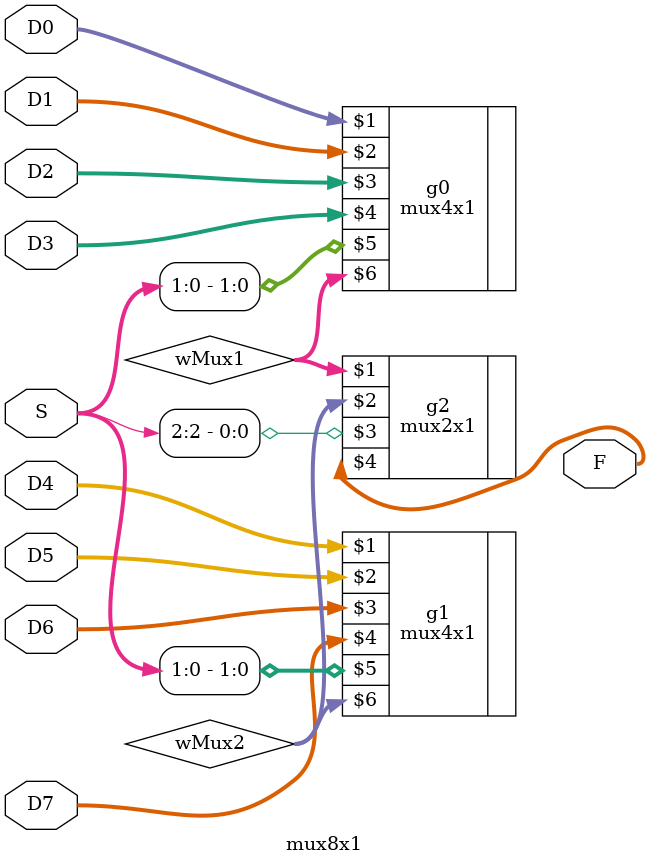
<source format=v>
module mux8x1(D0,D1,D2,D3,D4,D5,D6,D7,S,F);
input [31:0] D0,D1,D2,D3,D4,D5,D6,D7;
input [2:0]S;
output [31:0]F;

	wire [31:0] wMux1;
	wire [31:0] wMux2;
	mux4x1 g0(D0,D1,D2,D3,S[1:0],wMux1);
	mux4x1 g1(D4,D5,D6,D7,S[1:0],wMux2);
	mux2x1 g2(wMux1,wMux2,S[2],F);
	
endmodule 
</source>
